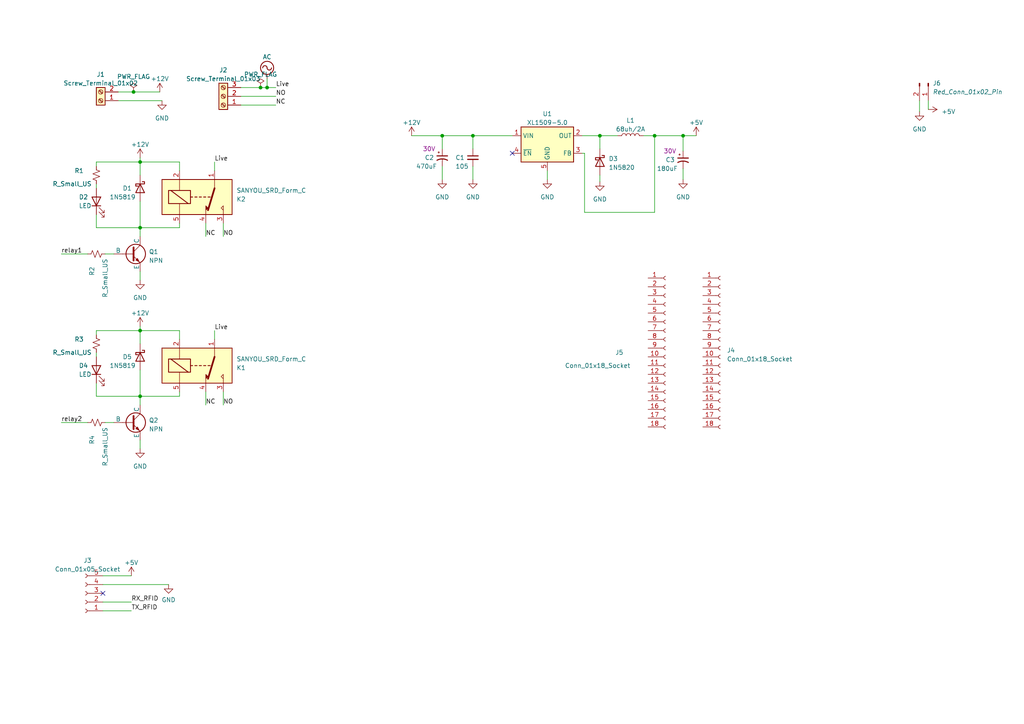
<source format=kicad_sch>
(kicad_sch (version 20230121) (generator eeschema)
  (paper "A4")
  (lib_symbols
    (symbol "Connector:Conn_01x02_Pin" (pin_names (offset 1.016) hide)
      (property "Reference" "J" (at 0 2.54 0))
      (property "Value" "Conn_01x02_Pin" (at 0 -5.08 0))
      (symbol "Conn_01x02_Pin_1_1"
        (polyline (pts (xy 1.27 -2.54) (xy 0.8636 -2.54)) (stroke (width 0.1524)))
        (polyline (pts (xy 1.27 0) (xy 0.8636 0)) (stroke (width 0.1524)))
        (rectangle (start 0.8636 -2.413) (end 0 -2.667) (stroke (width 0.1524)) (fill (type outline)))
        (rectangle (start 0.8636 0.127) (end 0 -0.127) (stroke (width 0.1524)) (fill (type outline)))
        (pin passive line (at 5.08 0 180) (length 3.81) (name "Pin_1") (number "1"))
        (pin passive line (at 5.08 -2.54 180) (length 3.81) (name "Pin_2") (number "2"))
      )
    )
    (symbol "Connector:Conn_01x05_Socket" (pin_names (offset 1.016) hide)
      (property "Reference" "J" (at 0 7.62 0))
      (property "Value" "Conn_01x05_Socket" (at 0 -7.62 0))
      (symbol "Conn_01x05_Socket_1_1"
        (arc (start 0 -4.572) (mid -0.5058 -5.08) (end 0 -5.588) (stroke (width 0.1524)))
        (arc (start 0 -2.032) (mid -0.5058 -2.54) (end 0 -3.048) (stroke (width 0.1524)))
        (polyline (pts (xy -1.27 -5.08) (xy -0.508 -5.08)) (stroke (width 0.1524)))
        (polyline (pts (xy -1.27 -2.54) (xy -0.508 -2.54)) (stroke (width 0.1524)))
        (polyline (pts (xy -1.27 0) (xy -0.508 0)) (stroke (width 0.1524)))
        (polyline (pts (xy -1.27 2.54) (xy -0.508 2.54)) (stroke (width 0.1524)))
        (polyline (pts (xy -1.27 5.08) (xy -0.508 5.08)) (stroke (width 0.1524)))
        (arc (start 0 0.508) (mid -0.5058 0) (end 0 -0.508) (stroke (width 0.1524)))
        (arc (start 0 3.048) (mid -0.5058 2.54) (end 0 2.032) (stroke (width 0.1524)))
        (arc (start 0 5.588) (mid -0.5058 5.08) (end 0 4.572) (stroke (width 0.1524)))
        (pin passive line (at -5.08 5.08 0) (length 3.81) (name "Pin_1") (number "1"))
        (pin passive line (at -5.08 2.54 0) (length 3.81) (name "Pin_2") (number "2"))
        (pin passive line (at -5.08 0 0) (length 3.81) (name "Pin_3") (number "3"))
        (pin passive line (at -5.08 -2.54 0) (length 3.81) (name "Pin_4") (number "4"))
        (pin passive line (at -5.08 -5.08 0) (length 3.81) (name "Pin_5") (number "5"))
      )
    )
    (symbol "Connector:Conn_01x18_Socket" (pin_names (offset 1.016) hide)
      (property "Reference" "J" (at 0 22.86 0))
      (property "Value" "Conn_01x18_Socket" (at 0 -25.4 0))
      (symbol "Conn_01x18_Socket_1_1"
        (arc (start 0 -22.352) (mid -0.5058 -22.86) (end 0 -23.368) (stroke (width 0.1524)))
        (arc (start 0 -19.812) (mid -0.5058 -20.32) (end 0 -20.828) (stroke (width 0.1524)))
        (arc (start 0 -17.272) (mid -0.5058 -17.78) (end 0 -18.288) (stroke (width 0.1524)))
        (arc (start 0 -14.732) (mid -0.5058 -15.24) (end 0 -15.748) (stroke (width 0.1524)))
        (arc (start 0 -12.192) (mid -0.5058 -12.7) (end 0 -13.208) (stroke (width 0.1524)))
        (arc (start 0 -9.652) (mid -0.5058 -10.16) (end 0 -10.668) (stroke (width 0.1524)))
        (arc (start 0 -7.112) (mid -0.5058 -7.62) (end 0 -8.128) (stroke (width 0.1524)))
        (arc (start 0 -4.572) (mid -0.5058 -5.08) (end 0 -5.588) (stroke (width 0.1524)))
        (arc (start 0 -2.032) (mid -0.5058 -2.54) (end 0 -3.048) (stroke (width 0.1524)))
        (polyline (pts (xy -1.27 -22.86) (xy -0.508 -22.86)) (stroke (width 0.1524)))
        (polyline (pts (xy -1.27 -20.32) (xy -0.508 -20.32)) (stroke (width 0.1524)))
        (polyline (pts (xy -1.27 -17.78) (xy -0.508 -17.78)) (stroke (width 0.1524)))
        (polyline (pts (xy -1.27 -15.24) (xy -0.508 -15.24)) (stroke (width 0.1524)))
        (polyline (pts (xy -1.27 -12.7) (xy -0.508 -12.7)) (stroke (width 0.1524)))
        (polyline (pts (xy -1.27 -10.16) (xy -0.508 -10.16)) (stroke (width 0.1524)))
        (polyline (pts (xy -1.27 -7.62) (xy -0.508 -7.62)) (stroke (width 0.1524)))
        (polyline (pts (xy -1.27 -5.08) (xy -0.508 -5.08)) (stroke (width 0.1524)))
        (polyline (pts (xy -1.27 -2.54) (xy -0.508 -2.54)) (stroke (width 0.1524)))
        (polyline (pts (xy -1.27 0) (xy -0.508 0)) (stroke (width 0.1524)))
        (polyline (pts (xy -1.27 2.54) (xy -0.508 2.54)) (stroke (width 0.1524)))
        (polyline (pts (xy -1.27 5.08) (xy -0.508 5.08)) (stroke (width 0.1524)))
        (polyline (pts (xy -1.27 7.62) (xy -0.508 7.62)) (stroke (width 0.1524)))
        (polyline (pts (xy -1.27 10.16) (xy -0.508 10.16)) (stroke (width 0.1524)))
        (polyline (pts (xy -1.27 12.7) (xy -0.508 12.7)) (stroke (width 0.1524)))
        (polyline (pts (xy -1.27 15.24) (xy -0.508 15.24)) (stroke (width 0.1524)))
        (polyline (pts (xy -1.27 17.78) (xy -0.508 17.78)) (stroke (width 0.1524)))
        (polyline (pts (xy -1.27 20.32) (xy -0.508 20.32)) (stroke (width 0.1524)))
        (arc (start 0 0.508) (mid -0.5058 0) (end 0 -0.508) (stroke (width 0.1524)))
        (arc (start 0 3.048) (mid -0.5058 2.54) (end 0 2.032) (stroke (width 0.1524)))
        (arc (start 0 5.588) (mid -0.5058 5.08) (end 0 4.572) (stroke (width 0.1524)))
        (arc (start 0 8.128) (mid -0.5058 7.62) (end 0 7.112) (stroke (width 0.1524)))
        (arc (start 0 10.668) (mid -0.5058 10.16) (end 0 9.652) (stroke (width 0.1524)))
        (arc (start 0 13.208) (mid -0.5058 12.7) (end 0 12.192) (stroke (width 0.1524)))
        (arc (start 0 15.748) (mid -0.5058 15.24) (end 0 14.732) (stroke (width 0.1524)))
        (arc (start 0 18.288) (mid -0.5058 17.78) (end 0 17.272) (stroke (width 0.1524)))
        (arc (start 0 20.828) (mid -0.5058 20.32) (end 0 19.812) (stroke (width 0.1524)))
        (pin passive line (at -5.08 20.32 0) (length 3.81) (name "Pin_1") (number "1"))
        (pin passive line (at -5.08 -2.54 0) (length 3.81) (name "Pin_10") (number "10"))
        (pin passive line (at -5.08 -5.08 0) (length 3.81) (name "Pin_11") (number "11"))
        (pin passive line (at -5.08 -7.62 0) (length 3.81) (name "Pin_12") (number "12"))
        (pin passive line (at -5.08 -10.16 0) (length 3.81) (name "Pin_13") (number "13"))
        (pin passive line (at -5.08 -12.7 0) (length 3.81) (name "Pin_14") (number "14"))
        (pin passive line (at -5.08 -15.24 0) (length 3.81) (name "Pin_15") (number "15"))
        (pin passive line (at -5.08 -17.78 0) (length 3.81) (name "Pin_16") (number "16"))
        (pin passive line (at -5.08 -20.32 0) (length 3.81) (name "Pin_17") (number "17"))
        (pin passive line (at -5.08 -22.86 0) (length 3.81) (name "Pin_18") (number "18"))
        (pin passive line (at -5.08 17.78 0) (length 3.81) (name "Pin_2") (number "2"))
        (pin passive line (at -5.08 15.24 0) (length 3.81) (name "Pin_3") (number "3"))
        (pin passive line (at -5.08 12.7 0) (length 3.81) (name "Pin_4") (number "4"))
        (pin passive line (at -5.08 10.16 0) (length 3.81) (name "Pin_5") (number "5"))
        (pin passive line (at -5.08 7.62 0) (length 3.81) (name "Pin_6") (number "6"))
        (pin passive line (at -5.08 5.08 0) (length 3.81) (name "Pin_7") (number "7"))
        (pin passive line (at -5.08 2.54 0) (length 3.81) (name "Pin_8") (number "8"))
        (pin passive line (at -5.08 0 0) (length 3.81) (name "Pin_9") (number "9"))
      )
    )
    (symbol "Connector:Screw_Terminal_01x02" (pin_names (offset 1.016) hide)
      (property "Reference" "J" (at 0 2.54 0))
      (property "Value" "Screw_Terminal_01x02" (at 0 -5.08 0))
      (symbol "Screw_Terminal_01x02_1_1"
        (rectangle (start -1.27 1.27) (end 1.27 -3.81) (stroke (width 0.254)) (fill (type background)))
        (circle (center 0 -2.54) (radius 0.635) (stroke (width 0.1524)))
        (polyline (pts (xy -0.5334 -2.2098) (xy 0.3302 -3.048)) (stroke (width 0.1524)))
        (polyline (pts (xy -0.5334 0.3302) (xy 0.3302 -0.508)) (stroke (width 0.1524)))
        (polyline (pts (xy -0.3556 -2.032) (xy 0.508 -2.8702)) (stroke (width 0.1524)))
        (polyline (pts (xy -0.3556 0.508) (xy 0.508 -0.3302)) (stroke (width 0.1524)))
        (circle (center 0 0) (radius 0.635) (stroke (width 0.1524)))
        (pin passive line (at -5.08 0 0) (length 3.81) (name "Pin_1") (number "1"))
        (pin passive line (at -5.08 -2.54 0) (length 3.81) (name "Pin_2") (number "2"))
      )
    )
    (symbol "Connector:Screw_Terminal_01x03" (pin_names (offset 1.016) hide)
      (property "Reference" "J" (at 0 5.08 0))
      (property "Value" "Screw_Terminal_01x03" (at 0 -5.08 0))
      (symbol "Screw_Terminal_01x03_1_1"
        (rectangle (start -1.27 3.81) (end 1.27 -3.81) (stroke (width 0.254)) (fill (type background)))
        (circle (center 0 -2.54) (radius 0.635) (stroke (width 0.1524)))
        (polyline (pts (xy -0.5334 -2.2098) (xy 0.3302 -3.048)) (stroke (width 0.1524)))
        (polyline (pts (xy -0.5334 0.3302) (xy 0.3302 -0.508)) (stroke (width 0.1524)))
        (polyline (pts (xy -0.5334 2.8702) (xy 0.3302 2.032)) (stroke (width 0.1524)))
        (polyline (pts (xy -0.3556 -2.032) (xy 0.508 -2.8702)) (stroke (width 0.1524)))
        (polyline (pts (xy -0.3556 0.508) (xy 0.508 -0.3302)) (stroke (width 0.1524)))
        (polyline (pts (xy -0.3556 3.048) (xy 0.508 2.2098)) (stroke (width 0.1524)))
        (circle (center 0 0) (radius 0.635) (stroke (width 0.1524)))
        (circle (center 0 2.54) (radius 0.635) (stroke (width 0.1524)))
        (pin passive line (at -5.08 2.54 0) (length 3.81) (name "Pin_1") (number "1"))
        (pin passive line (at -5.08 0 0) (length 3.81) (name "Pin_2") (number "2"))
        (pin passive line (at -5.08 -2.54 0) (length 3.81) (name "Pin_3") (number "3"))
      )
    )
    (symbol "Device:C_Polarized_Small_US" (pin_numbers hide) (pin_names (offset 0.254) hide)
      (property "Reference" "C" (at 0.254 1.778 0))
      (property "Value" "C_Polarized_Small_US" (at 0.254 -2.032 0))
      (symbol "C_Polarized_Small_US_0_1"
        (polyline (pts (xy -1.524 0.508) (xy 1.524 0.508)) (stroke (width 0.3048)))
        (polyline (pts (xy -1.27 1.524) (xy -0.762 1.524)))
        (polyline (pts (xy -1.016 1.27) (xy -1.016 1.778)))
        (arc (start 1.524 -0.762) (mid 0 -0.3734) (end -1.524 -0.762) (stroke (width 0.3048)))
      )
      (symbol "C_Polarized_Small_US_1_1"
        (pin passive line (at 0 2.54 270) (length 2.032) (name "~") (number "1"))
        (pin passive line (at 0 -2.54 90) (length 2.032) (name "~") (number "2"))
      )
    )
    (symbol "Device:C_Small" (pin_numbers hide) (pin_names (offset 0.254) hide)
      (property "Reference" "C" (at 0.254 1.778 0))
      (property "Value" "C_Small" (at 0.254 -2.032 0))
      (symbol "C_Small_0_1"
        (polyline (pts (xy -1.524 -0.508) (xy 1.524 -0.508)) (stroke (width 0.3302)))
        (polyline (pts (xy -1.524 0.508) (xy 1.524 0.508)) (stroke (width 0.3048)))
      )
      (symbol "C_Small_1_1"
        (pin passive line (at 0 2.54 270) (length 2.032) (name "~") (number "1"))
        (pin passive line (at 0 -2.54 90) (length 2.032) (name "~") (number "2"))
      )
    )
    (symbol "Device:L" (pin_numbers hide) (pin_names (offset 1.016) hide)
      (property "Reference" "L" (at -1.27 0 90))
      (property "Value" "L" (at 1.905 0 90))
      (symbol "L_0_1"
        (arc (start 0 -2.54) (mid 0.6323 -1.905) (end 0 -1.27))
        (arc (start 0 -1.27) (mid 0.6323 -0.635) (end 0 0))
        (arc (start 0 0) (mid 0.6323 0.635) (end 0 1.27))
        (arc (start 0 1.27) (mid 0.6323 1.905) (end 0 2.54))
      )
      (symbol "L_1_1"
        (pin passive line (at 0 3.81 270) (length 1.27) (name "1") (number "1"))
        (pin passive line (at 0 -3.81 90) (length 1.27) (name "2") (number "2"))
      )
    )
    (symbol "Device:LED" (pin_numbers hide) (pin_names (offset 1.016) hide)
      (property "Reference" "D" (at 0 2.54 0))
      (property "Value" "LED" (at 0 -2.54 0))
      (symbol "LED_0_1"
        (polyline (pts (xy -1.27 -1.27) (xy -1.27 1.27)) (stroke (width 0.254)))
        (polyline (pts (xy -1.27 0) (xy 1.27 0)))
        (polyline (pts (xy 1.27 -1.27) (xy 1.27 1.27) (xy -1.27 0) (xy 1.27 -1.27)) (stroke (width 0.254)))
        (polyline (pts (xy -3.048 -0.762) (xy -4.572 -2.286) (xy -3.81 -2.286) (xy -4.572 -2.286) (xy -4.572 -1.524)))
        (polyline (pts (xy -1.778 -0.762) (xy -3.302 -2.286) (xy -2.54 -2.286) (xy -3.302 -2.286) (xy -3.302 -1.524)))
      )
      (symbol "LED_1_1"
        (pin passive line (at -3.81 0 0) (length 2.54) (name "K") (number "1"))
        (pin passive line (at 3.81 0 180) (length 2.54) (name "A") (number "2"))
      )
    )
    (symbol "Device:R_Small_US" (pin_numbers hide) (pin_names (offset 0.254) hide)
      (property "Reference" "R" (at 0.762 0.508 0))
      (property "Value" "R_Small_US" (at 0.762 -1.016 0))
      (symbol "R_Small_US_1_1"
        (polyline (pts (xy 0 0) (xy 1.016 -0.381) (xy 0 -0.762) (xy -1.016 -1.143) (xy 0 -1.524)))
        (polyline (pts (xy 0 1.524) (xy 1.016 1.143) (xy 0 0.762) (xy -1.016 0.381) (xy 0 0)))
        (pin passive line (at 0 2.54 270) (length 1.016) (name "~") (number "1"))
        (pin passive line (at 0 -2.54 90) (length 1.016) (name "~") (number "2"))
      )
    )
    (symbol "Diode:1N5819" (pin_numbers hide) (pin_names (offset 1.016) hide)
      (property "Reference" "D" (at 0 2.54 0))
      (property "Value" "1N5819" (at 0 -2.54 0))
      (symbol "1N5819_0_1"
        (polyline (pts (xy 1.27 0) (xy -1.27 0)))
        (polyline (pts (xy 1.27 1.27) (xy 1.27 -1.27) (xy -1.27 0) (xy 1.27 1.27)) (stroke (width 0.254)))
        (polyline (pts (xy -1.905 0.635) (xy -1.905 1.27) (xy -1.27 1.27) (xy -1.27 -1.27) (xy -0.635 -1.27) (xy -0.635 -0.635)) (stroke (width 0.254)))
      )
      (symbol "1N5819_1_1"
        (pin passive line (at -3.81 0 0) (length 2.54) (name "K") (number "1"))
        (pin passive line (at 3.81 0 180) (length 2.54) (name "A") (number "2"))
      )
    )
    (symbol "Diode:1N5820" (pin_numbers hide) (pin_names (offset 1.016) hide)
      (property "Reference" "D" (at 0 2.54 0))
      (property "Value" "1N5820" (at 0 -2.54 0))
      (symbol "1N5820_0_1"
        (polyline (pts (xy 1.27 0) (xy -1.27 0)))
        (polyline (pts (xy 1.27 1.27) (xy 1.27 -1.27) (xy -1.27 0) (xy 1.27 1.27)) (stroke (width 0.254)))
        (polyline (pts (xy -1.905 0.635) (xy -1.905 1.27) (xy -1.27 1.27) (xy -1.27 -1.27) (xy -0.635 -1.27) (xy -0.635 -0.635)) (stroke (width 0.254)))
      )
      (symbol "1N5820_1_1"
        (pin passive line (at -3.81 0 0) (length 2.54) (name "K") (number "1"))
        (pin passive line (at 3.81 0 180) (length 2.54) (name "A") (number "2"))
      )
    )
    (symbol "Regulator_Switching:XL1509-5.0"
      (property "Reference" "U" (at -7.112 6.096 0))
      (property "Value" "XL1509-5.0" (at 5.842 6.096 0))
      (symbol "XL1509-5.0_0_1"
        (rectangle (start -7.62 5.08) (end 7.62 -5.08) (stroke (width 0.254)) (fill (type background)))
      )
      (symbol "XL1509-5.0_1_1"
        (pin power_in line (at -10.16 2.54 0) (length 2.54) (name "VIN") (number "1"))
        (pin power_out line (at 10.16 2.54 180) (length 2.54) (name "OUT") (number "2"))
        (pin input line (at 10.16 -2.54 180) (length 2.54) (name "FB") (number "3"))
        (pin input line (at -10.16 -2.54 0) (length 2.54) (name "~{EN}") (number "4"))
        (pin power_in line (at 0 -7.62 90) (length 2.54) (name "GND") (number "5"))
        (pin passive line (at 0 -7.62 90) (length 2.54) hide (name "GND") (number "6"))
        (pin passive line (at 0 -7.62 90) (length 2.54) hide (name "GND") (number "7"))
        (pin passive line (at 0 -7.62 90) (length 2.54) hide (name "GND") (number "8"))
      )
    )
    (symbol "Relay:SANYOU_SRD_Form_C"
      (property "Reference" "K" (at 11.43 3.81 0))
      (property "Value" "SANYOU_SRD_Form_C" (at 11.43 1.27 0))
      (symbol "SANYOU_SRD_Form_C_0_0"
        (polyline (pts (xy 7.62 5.08) (xy 7.62 2.54) (xy 6.985 3.175) (xy 7.62 3.81)))
      )
      (symbol "SANYOU_SRD_Form_C_0_1"
        (rectangle (start -10.16 5.08) (end 10.16 -5.08) (stroke (width 0.254)) (fill (type background)))
        (rectangle (start -8.255 1.905) (end -1.905 -1.905) (stroke (width 0.254)))
        (polyline (pts (xy -7.62 -1.905) (xy -2.54 1.905)) (stroke (width 0.254)))
        (polyline (pts (xy -5.08 -5.08) (xy -5.08 -1.905)))
        (polyline (pts (xy -5.08 5.08) (xy -5.08 1.905)))
        (polyline (pts (xy -1.905 0) (xy -1.27 0)) (stroke (width 0.254)))
        (polyline (pts (xy -0.635 0) (xy 0 0)) (stroke (width 0.254)))
        (polyline (pts (xy 0.635 0) (xy 1.27 0)) (stroke (width 0.254)))
        (polyline (pts (xy 1.905 0) (xy 2.54 0)) (stroke (width 0.254)))
        (polyline (pts (xy 3.175 0) (xy 3.81 0)) (stroke (width 0.254)))
        (polyline (pts (xy 5.08 -2.54) (xy 3.175 3.81)) (stroke (width 0.508)))
        (polyline (pts (xy 5.08 -2.54) (xy 5.08 -5.08)))
      )
      (symbol "SANYOU_SRD_Form_C_1_1"
        (polyline (pts (xy 2.54 3.81) (xy 3.175 3.175) (xy 2.54 2.54) (xy 2.54 5.08)) (fill (type outline)))
        (pin passive line (at 5.08 -7.62 90) (length 2.54) (name "~") (number "1"))
        (pin passive line (at -5.08 -7.62 90) (length 2.54) (name "~") (number "2"))
        (pin passive line (at 7.62 7.62 270) (length 2.54) (name "~") (number "3"))
        (pin passive line (at 2.54 7.62 270) (length 2.54) (name "~") (number "4"))
        (pin passive line (at -5.08 7.62 270) (length 2.54) (name "~") (number "5"))
      )
    )
    (symbol "Simulation_SPICE:NPN" (pin_numbers hide) (pin_names (offset 0))
      (property "Reference" "Q" (at -2.54 7.62 0))
      (property "Value" "NPN" (at -2.54 5.08 0))
      (symbol "NPN_0_1"
        (polyline (pts (xy -2.54 0) (xy 0.635 0)) (stroke (width 0.1524)))
        (polyline (pts (xy 0.635 0.635) (xy 2.54 2.54)))
        (polyline (pts (xy 2.794 -1.27) (xy 2.794 -1.27)) (stroke (width 0.1524)))
        (polyline (pts (xy 2.794 -1.27) (xy 2.794 -1.27)) (stroke (width 0.1524)))
        (polyline (pts (xy 0.635 -0.635) (xy 2.54 -2.54) (xy 2.54 -2.54)))
        (polyline (pts (xy 0.635 1.905) (xy 0.635 -1.905) (xy 0.635 -1.905)) (stroke (width 0.508)))
        (polyline (pts (xy 1.27 -1.778) (xy 1.778 -1.27) (xy 2.286 -2.286) (xy 1.27 -1.778) (xy 1.27 -1.778)) (fill (type outline)))
        (circle (center 1.27 0) (radius 2.8194) (stroke (width 0.254)))
      )
      (symbol "NPN_1_1"
        (pin open_collector line (at 2.54 5.08 270) (length 2.54) (name "C") (number "1"))
        (pin input line (at -5.08 0 0) (length 2.54) (name "B") (number "2"))
        (pin open_emitter line (at 2.54 -5.08 90) (length 2.54) (name "E") (number "3"))
      )
    )
    (symbol "power:+12V" (power) (pin_names (offset 0))
      (property "Value" "+12V" (at 0 3.556 0))
      (symbol "+12V_0_1"
        (polyline (pts (xy -0.762 1.27) (xy 0 2.54)))
        (polyline (pts (xy 0 0) (xy 0 2.54)))
        (polyline (pts (xy 0 2.54) (xy 0.762 1.27)))
      )
      (symbol "+12V_1_1"
        (pin power_in line (at 0 0 90) (length 0) hide (name "+12V") (number "1"))
      )
    )
    (symbol "power:+5V" (power) (pin_names (offset 0))
      (property "Value" "+5V" (at 0 3.556 0))
      (symbol "+5V_0_1"
        (polyline (pts (xy -0.762 1.27) (xy 0 2.54)))
        (polyline (pts (xy 0 0) (xy 0 2.54)))
        (polyline (pts (xy 0 2.54) (xy 0.762 1.27)))
      )
      (symbol "+5V_1_1"
        (pin power_in line (at 0 0 90) (length 0) hide (name "+5V") (number "1"))
      )
    )
    (symbol "power:AC" (power) (pin_names (offset 0))
      (property "Value" "AC" (at 0 6.35 0))
      (symbol "AC_0_1"
        (polyline (pts (xy 0 0) (xy 0 1.27)))
        (arc (start 0 3.175) (mid -0.635 3.8073) (end -1.27 3.175) (stroke (width 0.254)))
        (arc (start 0 3.175) (mid 0.635 2.5427) (end 1.27 3.175) (stroke (width 0.254)))
        (circle (center 0 3.175) (radius 1.905) (stroke (width 0.254)))
      )
      (symbol "AC_1_1"
        (pin power_in line (at 0 0 90) (length 0) hide (name "AC") (number "1"))
      )
    )
    (symbol "power:GND" (power) (pin_names (offset 0))
      (property "Value" "GND" (at 0 -3.81 0))
      (symbol "GND_0_1"
        (polyline (pts (xy 0 0) (xy 0 -1.27) (xy 1.27 -1.27) (xy 0 -2.54) (xy -1.27 -1.27) (xy 0 -1.27)))
      )
      (symbol "GND_1_1"
        (pin power_in line (at 0 0 270) (length 0) hide (name "GND") (number "1"))
      )
    )
    (symbol "power:PWR_FLAG" (power) (pin_numbers hide) (pin_names (offset 0) hide)
      (property "Value" "PWR_FLAG" (at 0 3.81 0))
      (symbol "PWR_FLAG_0_0"
        (pin power_out line (at 0 0 90) (length 0) (name "pwr") (number "1"))
      )
      (symbol "PWR_FLAG_0_1"
        (polyline (pts (xy 0 0) (xy 0 1.27) (xy -1.016 1.905) (xy 0 2.54) (xy 1.016 1.905) (xy 0 1.27)))
      )
    )
  )
  (junction (at 77.47 25.4))
  (junction (at 189.865 39.37))
  (junction (at 40.64 66.04))
  (junction (at 38.735 26.67))
  (junction (at 137.16 39.37))
  (junction (at 40.64 95.885))
  (junction (at 173.99 39.37))
  (junction (at 198.12 39.37))
  (junction (at 40.64 46.99))
  (junction (at 75.565 25.4))
  (junction (at 128.27 39.37))
  (junction (at 40.64 114.935))
  (no_connect (at 29.845 172.085))
  (no_connect (at 148.59 44.45))
  (wire (pts (xy 27.94 95.885) (xy 40.64 95.885)))
  (wire (pts (xy 40.64 66.04) (xy 52.07 66.04)))
  (wire (pts (xy 52.07 66.04) (xy 52.07 64.77)))
  (wire (pts (xy 173.99 39.37) (xy 173.99 43.18)))
  (wire (pts (xy 69.85 27.94) (xy 80.01 27.94)))
  (wire (pts (xy 158.75 49.53) (xy 158.75 52.07)))
  (wire (pts (xy 173.99 50.8) (xy 173.99 52.705)))
  (wire (pts (xy 169.545 61.595) (xy 189.865 61.595)))
  (wire (pts (xy 198.12 39.37) (xy 198.12 43.815)))
  (wire (pts (xy 27.94 97.155) (xy 27.94 95.885)))
  (wire (pts (xy 29.845 169.545) (xy 48.895 169.545)))
  (wire (pts (xy 40.64 94.615) (xy 40.64 95.885)))
  (wire (pts (xy 27.94 111.125) (xy 27.94 114.935)))
  (wire (pts (xy 27.94 48.26) (xy 27.94 46.99)))
  (wire (pts (xy 29.845 174.625) (xy 38.1 174.625)))
  (wire (pts (xy 52.07 114.935) (xy 52.07 113.665)))
  (wire (pts (xy 128.27 48.26) (xy 128.27 52.07)))
  (wire (pts (xy 40.64 46.99) (xy 52.07 46.99)))
  (wire (pts (xy 38.735 26.67) (xy 46.355 26.67)))
  (wire (pts (xy 27.94 66.04) (xy 40.64 66.04)))
  (wire (pts (xy 64.77 113.665) (xy 64.77 117.475)))
  (wire (pts (xy 34.29 29.21) (xy 46.99 29.21)))
  (wire (pts (xy 62.23 46.99) (xy 62.23 49.53)))
  (wire (pts (xy 169.545 44.45) (xy 168.91 44.45)))
  (wire (pts (xy 27.94 46.99) (xy 40.64 46.99)))
  (wire (pts (xy 40.64 78.74) (xy 40.64 81.28)))
  (wire (pts (xy 40.64 127.635) (xy 40.64 130.175)))
  (wire (pts (xy 266.7 29.21) (xy 266.7 32.385)))
  (wire (pts (xy 30.48 122.555) (xy 33.02 122.555)))
  (wire (pts (xy 40.64 114.935) (xy 40.64 117.475)))
  (wire (pts (xy 52.07 46.99) (xy 52.07 49.53)))
  (wire (pts (xy 40.64 45.72) (xy 40.64 46.99)))
  (wire (pts (xy 40.64 46.99) (xy 40.64 50.8)))
  (wire (pts (xy 17.78 122.555) (xy 25.4 122.555)))
  (wire (pts (xy 119.38 39.37) (xy 128.27 39.37)))
  (wire (pts (xy 62.23 95.885) (xy 62.23 98.425)))
  (wire (pts (xy 40.64 95.885) (xy 40.64 99.695)))
  (wire (pts (xy 40.64 58.42) (xy 40.64 66.04)))
  (wire (pts (xy 128.27 39.37) (xy 128.27 43.18)))
  (wire (pts (xy 52.07 95.885) (xy 52.07 98.425)))
  (wire (pts (xy 148.59 39.37) (xy 137.16 39.37)))
  (wire (pts (xy 30.48 73.66) (xy 33.02 73.66)))
  (wire (pts (xy 189.865 39.37) (xy 198.12 39.37)))
  (wire (pts (xy 29.845 167.005) (xy 38.1 167.005)))
  (wire (pts (xy 59.69 113.665) (xy 59.69 117.475)))
  (wire (pts (xy 38.735 26.67) (xy 34.29 26.67)))
  (wire (pts (xy 168.91 39.37) (xy 173.99 39.37)))
  (wire (pts (xy 29.845 177.165) (xy 38.1 177.165)))
  (wire (pts (xy 77.47 25.4) (xy 77.47 22.86)))
  (wire (pts (xy 17.78 73.66) (xy 25.4 73.66)))
  (wire (pts (xy 173.99 39.37) (xy 179.07 39.37)))
  (wire (pts (xy 27.94 53.34) (xy 27.94 54.61)))
  (wire (pts (xy 64.77 64.77) (xy 64.77 68.58)))
  (wire (pts (xy 269.24 29.21) (xy 269.24 31.75)))
  (wire (pts (xy 27.94 114.935) (xy 40.64 114.935)))
  (wire (pts (xy 40.64 114.935) (xy 52.07 114.935)))
  (wire (pts (xy 40.64 66.04) (xy 40.64 68.58)))
  (wire (pts (xy 189.865 61.595) (xy 189.865 39.37)))
  (wire (pts (xy 69.85 30.48) (xy 80.01 30.48)))
  (wire (pts (xy 198.12 48.895) (xy 198.12 52.07)))
  (wire (pts (xy 137.16 48.26) (xy 137.16 52.07)))
  (wire (pts (xy 59.69 64.77) (xy 59.69 68.58)))
  (wire (pts (xy 137.16 39.37) (xy 137.16 43.18)))
  (wire (pts (xy 186.69 39.37) (xy 189.865 39.37)))
  (wire (pts (xy 27.94 62.23) (xy 27.94 66.04)))
  (wire (pts (xy 169.545 61.595) (xy 169.545 44.45)))
  (wire (pts (xy 27.94 102.235) (xy 27.94 103.505)))
  (wire (pts (xy 75.565 25.4) (xy 77.47 25.4)))
  (wire (pts (xy 128.27 39.37) (xy 137.16 39.37)))
  (wire (pts (xy 77.47 25.4) (xy 80.01 25.4)))
  (wire (pts (xy 40.64 107.315) (xy 40.64 114.935)))
  (wire (pts (xy 198.12 39.37) (xy 201.93 39.37)))
  (wire (pts (xy 40.64 95.885) (xy 52.07 95.885)))
  (wire (pts (xy 69.85 25.4) (xy 75.565 25.4)))
  (label "Live" (at 80.01 25.4 0))
  (label "NO" (at 64.77 68.58 0))
  (label "Live" (at 62.23 46.99 0))
  (label "RX_RFID" (at 38.1 174.625 0))
  (label "NC" (at 59.69 68.58 0))
  (label "NC" (at 59.69 117.475 0))
  (label "NC" (at 80.01 30.48 0))
  (label "relay2" (at 17.78 122.555 0))
  (label "TX_RFID" (at 38.1 177.165 0))
  (label "NO" (at 64.77 117.475 0))
  (label "relay1" (at 17.78 73.66 0))
  (label "Live" (at 62.23 95.885 0))
  (label "NO" (at 80.01 27.94 0))
  (symbol (lib_id "Device:LED") (at 27.94 107.315 90) (unit 1)
    (property "Reference" "D4" (at 22.86 106.045 90) (effects (justify right)))
    (property "Value" "LED" (at 22.86 108.585 90) (effects (justify right)))
  )
  (symbol (lib_id "Simulation_SPICE:NPN") (at 38.1 122.555 0) (unit 1)
    (property "Reference" "Q2" (at 43.18 121.92 0) (effects (justify left)))
    (property "Value" "NPN" (at 43.18 124.46 0) (effects (justify left)))
    (property "Sim.Device" "NPN" (effects hide))
    (property "Sim.Type" "GUMMELPOON" (effects hide))
    (property "Sim.Pins" "1=C 2=B 3=E" (effects hide))
  )
  (symbol (lib_id "Diode:1N5820") (at 173.99 46.99 270) (unit 1)
    (property "Reference" "D3" (at 176.53 46.0375 90) (effects (justify left)))
    (property "Value" "1N5820" (at 176.53 48.5775 90) (effects (justify left)))
    (property "Footprint" "Diode_THT:D_DO-201AD_P15.24mm_Horizontal" (effects hide))
    (property "Datasheet" "http://www.vishay.com/docs/88526/1n5820.pdf" (effects hide))
  )
  (symbol (lib_id "Diode:1N5819") (at 40.64 54.61 270) (unit 1)
    (property "Reference" "D1" (at 35.56 54.61 90) (effects (justify left)))
    (property "Value" "1N5819" (at 31.75 57.15 90) (effects (justify left)))
    (property "Footprint" "Diode_THT:D_DO-41_SOD81_P10.16mm_Horizontal" (effects hide))
    (property "Datasheet" "http://www.vishay.com/docs/88525/1n5817.pdf" (effects hide))
  )
  (symbol (lib_id "Relay:SANYOU_SRD_Form_C") (at 57.15 106.045 0) (mirror x) (unit 1)
    (property "Reference" "K1" (at 68.58 106.68 0) (effects (justify left)))
    (property "Value" "SANYOU_SRD_Form_C" (at 68.58 104.14 0) (effects (justify left)))
    (property "Footprint" "Relay_THT:Relay_SPDT_SANYOU_SRD_Series_Form_C" (effects hide))
    (property "Datasheet" "http://www.sanyourelay.ca/public/products/pdf/SRD.pdf" (effects hide))
  )
  (symbol (lib_id "power:GND") (at 46.99 29.21 0) (unit 1)
    (property "Reference" "#PWR02" (effects hide))
    (property "Value" "GND" (at 46.99 34.29 0))
  )
  (symbol (lib_id "Device:C_Polarized_Small_US") (at 128.27 45.72 0) (unit 1)
    (property "Reference" "C2" (at 123.19 45.72 0) (effects (justify left)))
    (property "Value" "470uF" (at 120.65 48.26 0) (effects (justify left)))
    (property "Vmax" "30V" (at 124.46 43.18 0))
  )
  (symbol (lib_id "Device:R_Small_US") (at 27.94 73.66 90) (unit 1)
    (property "Reference" "R2" (at 26.67 80.01 0) (effects (justify left)))
    (property "Value" "R_Small_US" (at 30.48 86.36 0) (effects (justify left)))
  )
  (symbol (lib_id "power:GND") (at 173.99 52.705 0) (unit 1)
    (property "Reference" "#PWR09" (effects hide))
    (property "Value" "GND" (at 173.99 57.785 0))
  )
  (symbol (lib_id "power:+5V") (at 38.1 167.005 0) (unit 1)
    (property "Reference" "#PWR013" (effects hide))
    (property "Value" "+5V" (at 38.1 163.195 0))
  )
  (symbol (lib_id "Connector:Conn_01x18_Socket") (at 208.915 100.965 0) (unit 1)
    (property "Reference" "J4" (at 210.82 101.6 0) (effects (justify left)))
    (property "Value" "Conn_01x18_Socket" (at 210.82 104.14 0) (effects (justify left)))
  )
  (symbol (lib_id "Connector:Conn_01x05_Socket") (at 24.765 172.085 180) (unit 1)
    (property "Reference" "J3" (at 25.4 162.56 0))
    (property "Value" "Conn_01x05_Socket" (at 25.4 165.1 0))
  )
  (symbol (lib_id "Connector:Screw_Terminal_01x02") (at 29.21 29.21 180) (unit 1)
    (property "Reference" "J1" (at 29.21 21.59 0))
    (property "Value" "Screw_Terminal_01x02" (at 29.21 24.13 0))
  )
  (symbol (lib_id "Device:R_Small_US") (at 27.94 122.555 90) (unit 1)
    (property "Reference" "R4" (at 26.67 128.905 0) (effects (justify left)))
    (property "Value" "R_Small_US" (at 30.48 135.255 0) (effects (justify left)))
  )
  (symbol (lib_id "power:+12V") (at 46.355 26.67 0) (unit 1)
    (property "Reference" "#PWR01" (effects hide))
    (property "Value" "+12V" (at 46.355 22.86 0))
  )
  (symbol (lib_id "Device:C_Polarized_Small_US") (at 198.12 46.355 0) (unit 1)
    (property "Reference" "C3" (at 193.04 46.355 0) (effects (justify left)))
    (property "Value" "180uF" (at 190.5 48.895 0) (effects (justify left)))
    (property "Vmax" "30V" (at 194.31 43.815 0))
  )
  (symbol (lib_id "Device:LED") (at 27.94 58.42 90) (unit 1)
    (property "Reference" "D2" (at 22.86 57.15 90) (effects (justify right)))
    (property "Value" "LED" (at 22.86 59.69 90) (effects (justify right)))
  )
  (symbol (lib_id "power:+5V") (at 269.24 31.75 270) (unit 1)
    (property "Reference" "#PWR015" (effects hide))
    (property "Value" "+5V" (at 273.05 32.385 90) (effects (justify left)))
  )
  (symbol (lib_id "power:+5V") (at 201.93 39.37 0) (unit 1)
    (property "Reference" "#PWR012" (effects hide))
    (property "Value" "+5V" (at 201.93 35.56 0))
  )
  (symbol (lib_id "Connector:Screw_Terminal_01x03") (at 64.77 27.94 180) (unit 1)
    (property "Reference" "J2" (at 64.77 20.32 0))
    (property "Value" "Screw_Terminal_01x03" (at 64.77 22.86 0))
  )
  (symbol (lib_id "power:GND") (at 266.7 32.385 0) (unit 1)
    (property "Reference" "#PWR016" (effects hide))
    (property "Value" "GND" (at 266.7 37.465 0))
  )
  (symbol (lib_id "Device:L") (at 182.88 39.37 90) (unit 1)
    (property "Reference" "L1" (at 182.88 34.925 90))
    (property "Value" "68uh/2A" (at 182.88 37.465 90))
    (property "data" "68uh/2A" (effects hide))
  )
  (symbol (lib_id "Device:R_Small_US") (at 27.94 50.8 0) (unit 1)
    (property "Reference" "R1" (at 21.59 49.53 0) (effects (justify left)))
    (property "Value" "R_Small_US" (at 15.24 53.34 0) (effects (justify left)))
  )
  (symbol (lib_id "power:GND") (at 40.64 81.28 0) (unit 1)
    (property "Reference" "#PWR04" (effects hide))
    (property "Value" "GND" (at 40.64 86.36 0))
  )
  (symbol (lib_id "power:AC") (at 77.47 22.86 0) (unit 1)
    (property "Reference" "#PWR05" (effects hide))
    (property "Value" "AC" (at 77.47 16.51 0))
  )
  (symbol (lib_id "power:GND") (at 40.64 130.175 0) (unit 1)
    (property "Reference" "#PWR018" (effects hide))
    (property "Value" "GND" (at 40.64 135.255 0))
  )
  (symbol (lib_id "power:+12V") (at 40.64 45.72 0) (unit 1)
    (property "Reference" "#PWR03" (effects hide))
    (property "Value" "+12V" (at 40.64 41.91 0))
  )
  (symbol (lib_id "Regulator_Switching:XL1509-5.0") (at 158.75 41.91 0) (unit 1)
    (property "Reference" "U1" (at 158.75 33.02 0))
    (property "Value" "XL1509-5.0" (at 158.75 35.56 0))
    (property "Footprint" "Package_SO:SOIC-8_3.9x4.9mm_P1.27mm" (effects hide))
    (property "Datasheet" "https://datasheet.lcsc.com/lcsc/1809050422_XLSEMI-XL1509-5-0E1_C61063.pdf" (effects hide))
  )
  (symbol (lib_id "power:GND") (at 158.75 52.07 0) (unit 1)
    (property "Reference" "#PWR08" (effects hide))
    (property "Value" "GND" (at 158.75 57.15 0))
  )
  (symbol (lib_id "Connector:Conn_01x02_Pin") (at 269.24 24.13 270) (unit 1)
    (property "Reference" "J6" (at 270.51 24.13 90) (effects (justify left)))
    (property "Value" "Red_Conn_01x02_Pin" (at 270.51 26.67 90) (effects (font italic) (justify left)))
  )
  (symbol (lib_id "power:GND") (at 128.27 52.07 0) (unit 1)
    (property "Reference" "#PWR06" (effects hide))
    (property "Value" "GND" (at 128.27 57.15 0))
  )
  (symbol (lib_id "power:GND") (at 48.895 169.545 0) (unit 1)
    (property "Reference" "#PWR014" (effects hide))
    (property "Value" "GND" (at 48.895 173.99 0))
  )
  (symbol (lib_id "power:+12V") (at 119.38 39.37 0) (unit 1)
    (property "Reference" "#PWR011" (effects hide))
    (property "Value" "+12V" (at 119.38 35.56 0))
  )
  (symbol (lib_id "Device:R_Small_US") (at 27.94 99.695 0) (unit 1)
    (property "Reference" "R3" (at 21.59 98.425 0) (effects (justify left)))
    (property "Value" "R_Small_US" (at 15.24 102.235 0) (effects (justify left)))
  )
  (symbol (lib_id "power:PWR_FLAG") (at 38.735 26.67 0) (unit 1)
    (property "Reference" "#FLG01" (effects hide))
    (property "Value" "PWR_FLAG" (at 38.735 22.225 0))
  )
  (symbol (lib_id "Connector:Conn_01x18_Socket") (at 193.04 100.965 0) (unit 1)
    (property "Reference" "J5" (at 178.435 102.235 0) (effects (justify left)))
    (property "Value" "Conn_01x18_Socket" (at 163.83 106.045 0) (effects (justify left)))
  )
  (symbol (lib_id "Device:C_Small") (at 137.16 45.72 0) (unit 1)
    (property "Reference" "C1" (at 132.08 45.72 0) (effects (justify left)))
    (property "Value" "105" (at 132.08 48.26 0) (effects (justify left)))
  )
  (symbol (lib_id "power:+12V") (at 40.64 94.615 0) (unit 1)
    (property "Reference" "#PWR017" (effects hide))
    (property "Value" "+12V" (at 40.64 90.805 0))
  )
  (symbol (lib_id "power:GND") (at 137.16 52.07 0) (unit 1)
    (property "Reference" "#PWR07" (effects hide))
    (property "Value" "GND" (at 137.16 57.15 0))
  )
  (symbol (lib_id "power:PWR_FLAG") (at 75.565 25.4 0) (unit 1)
    (property "Reference" "#FLG02" (effects hide))
    (property "Value" "PWR_FLAG" (at 75.565 21.59 0))
  )
  (symbol (lib_id "Relay:SANYOU_SRD_Form_C") (at 57.15 57.15 0) (mirror x) (unit 1)
    (property "Reference" "K2" (at 68.58 57.785 0) (effects (justify left)))
    (property "Value" "SANYOU_SRD_Form_C" (at 68.58 55.245 0) (effects (justify left)))
    (property "Footprint" "Relay_THT:Relay_SPDT_SANYOU_SRD_Series_Form_C" (effects hide))
    (property "Datasheet" "http://www.sanyourelay.ca/public/products/pdf/SRD.pdf" (effects hide))
  )
  (symbol (lib_id "power:GND") (at 198.12 52.07 0) (unit 1)
    (property "Reference" "#PWR010" (effects hide))
    (property "Value" "GND" (at 198.12 57.15 0))
  )
  (symbol (lib_id "Diode:1N5819") (at 40.64 103.505 270) (unit 1)
    (property "Reference" "D5" (at 35.56 103.505 90) (effects (justify left)))
    (property "Value" "1N5819" (at 31.75 106.045 90) (effects (justify left)))
    (property "Footprint" "Diode_THT:D_DO-41_SOD81_P10.16mm_Horizontal" (effects hide))
    (property "Datasheet" "http://www.vishay.com/docs/88525/1n5817.pdf" (effects hide))
  )
  (symbol (lib_id "Simulation_SPICE:NPN") (at 38.1 73.66 0) (unit 1)
    (property "Reference" "Q1" (at 43.18 73.025 0) (effects (justify left)))
    (property "Value" "NPN" (at 43.18 75.565 0) (effects (justify left)))
    (property "Sim.Device" "NPN" (effects hide))
    (property "Sim.Type" "GUMMELPOON" (effects hide))
    (property "Sim.Pins" "1=C 2=B 3=E" (effects hide))
  )
)
</source>
